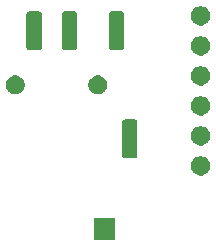
<source format=gbr>
G04 #@! TF.GenerationSoftware,KiCad,Pcbnew,(5.1.5)-3*
G04 #@! TF.CreationDate,2020-12-21T12:43:05+01:00*
G04 #@! TF.ProjectId,epimetheus_vl53l0x,6570696d-6574-4686-9575-735f766c3533,rev?*
G04 #@! TF.SameCoordinates,Original*
G04 #@! TF.FileFunction,Soldermask,Top*
G04 #@! TF.FilePolarity,Negative*
%FSLAX46Y46*%
G04 Gerber Fmt 4.6, Leading zero omitted, Abs format (unit mm)*
G04 Created by KiCad (PCBNEW (5.1.5)-3) date 2020-12-21 12:43:05*
%MOMM*%
%LPD*%
G04 APERTURE LIST*
%ADD10C,0.100000*%
G04 APERTURE END LIST*
D10*
G36*
X171843000Y-44081000D02*
G01*
X170041000Y-44081000D01*
X170041000Y-42279000D01*
X171843000Y-42279000D01*
X171843000Y-44081000D01*
G37*
G36*
X179307142Y-37064242D02*
G01*
X179455101Y-37125529D01*
X179588255Y-37214499D01*
X179701501Y-37327745D01*
X179790471Y-37460899D01*
X179851758Y-37608858D01*
X179883000Y-37765925D01*
X179883000Y-37926075D01*
X179851758Y-38083142D01*
X179790471Y-38231101D01*
X179701501Y-38364255D01*
X179588255Y-38477501D01*
X179455101Y-38566471D01*
X179307142Y-38627758D01*
X179150075Y-38659000D01*
X178989925Y-38659000D01*
X178832858Y-38627758D01*
X178684899Y-38566471D01*
X178551745Y-38477501D01*
X178438499Y-38364255D01*
X178349529Y-38231101D01*
X178288242Y-38083142D01*
X178257000Y-37926075D01*
X178257000Y-37765925D01*
X178288242Y-37608858D01*
X178349529Y-37460899D01*
X178438499Y-37327745D01*
X178551745Y-37214499D01*
X178684899Y-37125529D01*
X178832858Y-37064242D01*
X178989925Y-37033000D01*
X179150075Y-37033000D01*
X179307142Y-37064242D01*
G37*
G36*
X173512192Y-33914646D02*
G01*
X173561414Y-33929578D01*
X173606778Y-33953826D01*
X173646542Y-33986458D01*
X173679174Y-34026222D01*
X173703422Y-34071586D01*
X173718354Y-34120808D01*
X173724000Y-34178140D01*
X173724000Y-36941860D01*
X173718354Y-36999192D01*
X173703422Y-37048414D01*
X173679174Y-37093778D01*
X173646542Y-37133542D01*
X173606778Y-37166174D01*
X173561414Y-37190422D01*
X173512192Y-37205354D01*
X173454860Y-37211000D01*
X172691140Y-37211000D01*
X172633808Y-37205354D01*
X172584586Y-37190422D01*
X172539222Y-37166174D01*
X172499458Y-37133542D01*
X172466826Y-37093778D01*
X172442578Y-37048414D01*
X172427646Y-36999192D01*
X172422000Y-36941860D01*
X172422000Y-34178140D01*
X172427646Y-34120808D01*
X172442578Y-34071586D01*
X172466826Y-34026222D01*
X172499458Y-33986458D01*
X172539222Y-33953826D01*
X172584586Y-33929578D01*
X172633808Y-33914646D01*
X172691140Y-33909000D01*
X173454860Y-33909000D01*
X173512192Y-33914646D01*
G37*
G36*
X179307142Y-34524242D02*
G01*
X179455101Y-34585529D01*
X179588255Y-34674499D01*
X179701501Y-34787745D01*
X179790471Y-34920899D01*
X179851758Y-35068858D01*
X179883000Y-35225925D01*
X179883000Y-35386075D01*
X179851758Y-35543142D01*
X179790471Y-35691101D01*
X179701501Y-35824255D01*
X179588255Y-35937501D01*
X179455101Y-36026471D01*
X179307142Y-36087758D01*
X179150075Y-36119000D01*
X178989925Y-36119000D01*
X178832858Y-36087758D01*
X178684899Y-36026471D01*
X178551745Y-35937501D01*
X178438499Y-35824255D01*
X178349529Y-35691101D01*
X178288242Y-35543142D01*
X178257000Y-35386075D01*
X178257000Y-35225925D01*
X178288242Y-35068858D01*
X178349529Y-34920899D01*
X178438499Y-34787745D01*
X178551745Y-34674499D01*
X178684899Y-34585529D01*
X178832858Y-34524242D01*
X178989925Y-34493000D01*
X179150075Y-34493000D01*
X179307142Y-34524242D01*
G37*
G36*
X179307142Y-31984242D02*
G01*
X179455101Y-32045529D01*
X179588255Y-32134499D01*
X179701501Y-32247745D01*
X179790471Y-32380899D01*
X179851758Y-32528858D01*
X179883000Y-32685925D01*
X179883000Y-32846075D01*
X179851758Y-33003142D01*
X179790471Y-33151101D01*
X179701501Y-33284255D01*
X179588255Y-33397501D01*
X179455101Y-33486471D01*
X179307142Y-33547758D01*
X179150075Y-33579000D01*
X178989925Y-33579000D01*
X178832858Y-33547758D01*
X178684899Y-33486471D01*
X178551745Y-33397501D01*
X178438499Y-33284255D01*
X178349529Y-33151101D01*
X178288242Y-33003142D01*
X178257000Y-32846075D01*
X178257000Y-32685925D01*
X178288242Y-32528858D01*
X178349529Y-32380899D01*
X178438499Y-32247745D01*
X178551745Y-32134499D01*
X178684899Y-32045529D01*
X178832858Y-31984242D01*
X178989925Y-31953000D01*
X179150075Y-31953000D01*
X179307142Y-31984242D01*
G37*
G36*
X163606642Y-30217781D02*
G01*
X163752414Y-30278162D01*
X163752416Y-30278163D01*
X163883608Y-30365822D01*
X163995178Y-30477392D01*
X164082837Y-30608584D01*
X164082838Y-30608586D01*
X164143219Y-30754358D01*
X164174000Y-30909107D01*
X164174000Y-31066893D01*
X164143219Y-31221642D01*
X164082838Y-31367414D01*
X164082837Y-31367416D01*
X163995178Y-31498608D01*
X163883608Y-31610178D01*
X163752416Y-31697837D01*
X163752415Y-31697838D01*
X163752414Y-31697838D01*
X163606642Y-31758219D01*
X163451893Y-31789000D01*
X163294107Y-31789000D01*
X163139358Y-31758219D01*
X162993586Y-31697838D01*
X162993585Y-31697838D01*
X162993584Y-31697837D01*
X162862392Y-31610178D01*
X162750822Y-31498608D01*
X162663163Y-31367416D01*
X162663162Y-31367414D01*
X162602781Y-31221642D01*
X162572000Y-31066893D01*
X162572000Y-30909107D01*
X162602781Y-30754358D01*
X162663162Y-30608586D01*
X162663163Y-30608584D01*
X162750822Y-30477392D01*
X162862392Y-30365822D01*
X162993584Y-30278163D01*
X162993586Y-30278162D01*
X163139358Y-30217781D01*
X163294107Y-30187000D01*
X163451893Y-30187000D01*
X163606642Y-30217781D01*
G37*
G36*
X170606642Y-30217781D02*
G01*
X170752414Y-30278162D01*
X170752416Y-30278163D01*
X170883608Y-30365822D01*
X170995178Y-30477392D01*
X171082837Y-30608584D01*
X171082838Y-30608586D01*
X171143219Y-30754358D01*
X171174000Y-30909107D01*
X171174000Y-31066893D01*
X171143219Y-31221642D01*
X171082838Y-31367414D01*
X171082837Y-31367416D01*
X170995178Y-31498608D01*
X170883608Y-31610178D01*
X170752416Y-31697837D01*
X170752415Y-31697838D01*
X170752414Y-31697838D01*
X170606642Y-31758219D01*
X170451893Y-31789000D01*
X170294107Y-31789000D01*
X170139358Y-31758219D01*
X169993586Y-31697838D01*
X169993585Y-31697838D01*
X169993584Y-31697837D01*
X169862392Y-31610178D01*
X169750822Y-31498608D01*
X169663163Y-31367416D01*
X169663162Y-31367414D01*
X169602781Y-31221642D01*
X169572000Y-31066893D01*
X169572000Y-30909107D01*
X169602781Y-30754358D01*
X169663162Y-30608586D01*
X169663163Y-30608584D01*
X169750822Y-30477392D01*
X169862392Y-30365822D01*
X169993584Y-30278163D01*
X169993586Y-30278162D01*
X170139358Y-30217781D01*
X170294107Y-30187000D01*
X170451893Y-30187000D01*
X170606642Y-30217781D01*
G37*
G36*
X179307142Y-29444242D02*
G01*
X179455101Y-29505529D01*
X179588255Y-29594499D01*
X179701501Y-29707745D01*
X179790471Y-29840899D01*
X179851758Y-29988858D01*
X179883000Y-30145925D01*
X179883000Y-30306075D01*
X179851758Y-30463142D01*
X179790471Y-30611101D01*
X179701501Y-30744255D01*
X179588255Y-30857501D01*
X179455101Y-30946471D01*
X179307142Y-31007758D01*
X179150075Y-31039000D01*
X178989925Y-31039000D01*
X178832858Y-31007758D01*
X178684899Y-30946471D01*
X178551745Y-30857501D01*
X178438499Y-30744255D01*
X178349529Y-30611101D01*
X178288242Y-30463142D01*
X178257000Y-30306075D01*
X178257000Y-30145925D01*
X178288242Y-29988858D01*
X178349529Y-29840899D01*
X178438499Y-29707745D01*
X178551745Y-29594499D01*
X178684899Y-29505529D01*
X178832858Y-29444242D01*
X178989925Y-29413000D01*
X179150075Y-29413000D01*
X179307142Y-29444242D01*
G37*
G36*
X179307142Y-26904242D02*
G01*
X179455101Y-26965529D01*
X179588255Y-27054499D01*
X179701501Y-27167745D01*
X179790471Y-27300899D01*
X179851758Y-27448858D01*
X179883000Y-27605925D01*
X179883000Y-27766075D01*
X179851758Y-27923142D01*
X179790471Y-28071101D01*
X179701501Y-28204255D01*
X179588255Y-28317501D01*
X179455101Y-28406471D01*
X179307142Y-28467758D01*
X179150075Y-28499000D01*
X178989925Y-28499000D01*
X178832858Y-28467758D01*
X178684899Y-28406471D01*
X178551745Y-28317501D01*
X178438499Y-28204255D01*
X178349529Y-28071101D01*
X178288242Y-27923142D01*
X178257000Y-27766075D01*
X178257000Y-27605925D01*
X178288242Y-27448858D01*
X178349529Y-27300899D01*
X178438499Y-27167745D01*
X178551745Y-27054499D01*
X178684899Y-26965529D01*
X178832858Y-26904242D01*
X178989925Y-26873000D01*
X179150075Y-26873000D01*
X179307142Y-26904242D01*
G37*
G36*
X165412192Y-24770646D02*
G01*
X165461414Y-24785578D01*
X165506778Y-24809826D01*
X165546542Y-24842458D01*
X165579174Y-24882222D01*
X165603422Y-24927586D01*
X165618354Y-24976808D01*
X165624000Y-25034140D01*
X165624000Y-27797860D01*
X165618354Y-27855192D01*
X165603422Y-27904414D01*
X165579174Y-27949778D01*
X165546542Y-27989542D01*
X165506778Y-28022174D01*
X165461414Y-28046422D01*
X165412192Y-28061354D01*
X165354860Y-28067000D01*
X164591140Y-28067000D01*
X164533808Y-28061354D01*
X164484586Y-28046422D01*
X164439222Y-28022174D01*
X164399458Y-27989542D01*
X164366826Y-27949778D01*
X164342578Y-27904414D01*
X164327646Y-27855192D01*
X164322000Y-27797860D01*
X164322000Y-25034140D01*
X164327646Y-24976808D01*
X164342578Y-24927586D01*
X164366826Y-24882222D01*
X164399458Y-24842458D01*
X164439222Y-24809826D01*
X164484586Y-24785578D01*
X164533808Y-24770646D01*
X164591140Y-24765000D01*
X165354860Y-24765000D01*
X165412192Y-24770646D01*
G37*
G36*
X168412192Y-24770646D02*
G01*
X168461414Y-24785578D01*
X168506778Y-24809826D01*
X168546542Y-24842458D01*
X168579174Y-24882222D01*
X168603422Y-24927586D01*
X168618354Y-24976808D01*
X168624000Y-25034140D01*
X168624000Y-27797860D01*
X168618354Y-27855192D01*
X168603422Y-27904414D01*
X168579174Y-27949778D01*
X168546542Y-27989542D01*
X168506778Y-28022174D01*
X168461414Y-28046422D01*
X168412192Y-28061354D01*
X168354860Y-28067000D01*
X167591140Y-28067000D01*
X167533808Y-28061354D01*
X167484586Y-28046422D01*
X167439222Y-28022174D01*
X167399458Y-27989542D01*
X167366826Y-27949778D01*
X167342578Y-27904414D01*
X167327646Y-27855192D01*
X167322000Y-27797860D01*
X167322000Y-25034140D01*
X167327646Y-24976808D01*
X167342578Y-24927586D01*
X167366826Y-24882222D01*
X167399458Y-24842458D01*
X167439222Y-24809826D01*
X167484586Y-24785578D01*
X167533808Y-24770646D01*
X167591140Y-24765000D01*
X168354860Y-24765000D01*
X168412192Y-24770646D01*
G37*
G36*
X172397192Y-24770646D02*
G01*
X172446414Y-24785578D01*
X172491778Y-24809826D01*
X172531542Y-24842458D01*
X172564174Y-24882222D01*
X172588422Y-24927586D01*
X172603354Y-24976808D01*
X172609000Y-25034140D01*
X172609000Y-27797860D01*
X172603354Y-27855192D01*
X172588422Y-27904414D01*
X172564174Y-27949778D01*
X172531542Y-27989542D01*
X172491778Y-28022174D01*
X172446414Y-28046422D01*
X172397192Y-28061354D01*
X172339860Y-28067000D01*
X171576140Y-28067000D01*
X171518808Y-28061354D01*
X171469586Y-28046422D01*
X171424222Y-28022174D01*
X171384458Y-27989542D01*
X171351826Y-27949778D01*
X171327578Y-27904414D01*
X171312646Y-27855192D01*
X171307000Y-27797860D01*
X171307000Y-25034140D01*
X171312646Y-24976808D01*
X171327578Y-24927586D01*
X171351826Y-24882222D01*
X171384458Y-24842458D01*
X171424222Y-24809826D01*
X171469586Y-24785578D01*
X171518808Y-24770646D01*
X171576140Y-24765000D01*
X172339860Y-24765000D01*
X172397192Y-24770646D01*
G37*
G36*
X179307142Y-24364242D02*
G01*
X179455101Y-24425529D01*
X179588255Y-24514499D01*
X179701501Y-24627745D01*
X179790471Y-24760899D01*
X179851758Y-24908858D01*
X179883000Y-25065925D01*
X179883000Y-25226075D01*
X179851758Y-25383142D01*
X179790471Y-25531101D01*
X179701501Y-25664255D01*
X179588255Y-25777501D01*
X179455101Y-25866471D01*
X179307142Y-25927758D01*
X179150075Y-25959000D01*
X178989925Y-25959000D01*
X178832858Y-25927758D01*
X178684899Y-25866471D01*
X178551745Y-25777501D01*
X178438499Y-25664255D01*
X178349529Y-25531101D01*
X178288242Y-25383142D01*
X178257000Y-25226075D01*
X178257000Y-25065925D01*
X178288242Y-24908858D01*
X178349529Y-24760899D01*
X178438499Y-24627745D01*
X178551745Y-24514499D01*
X178684899Y-24425529D01*
X178832858Y-24364242D01*
X178989925Y-24333000D01*
X179150075Y-24333000D01*
X179307142Y-24364242D01*
G37*
M02*

</source>
